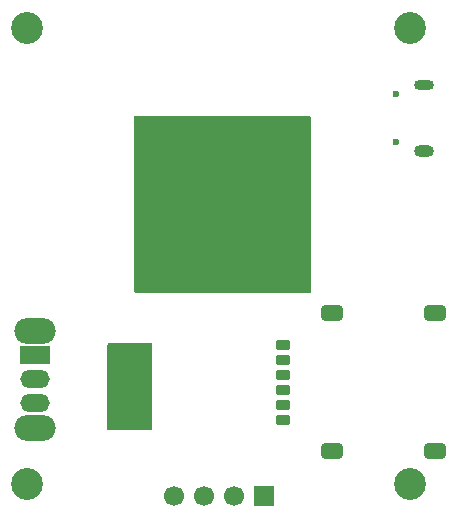
<source format=gbs>
%TF.GenerationSoftware,KiCad,Pcbnew,9.0.7*%
%TF.CreationDate,2026-02-07T20:34:06-05:00*%
%TF.ProjectId,USB-Cellular-Modem,5553422d-4365-46c6-9c75-6c61722d4d6f,V1.2*%
%TF.SameCoordinates,Original*%
%TF.FileFunction,Soldermask,Bot*%
%TF.FilePolarity,Negative*%
%FSLAX46Y46*%
G04 Gerber Fmt 4.6, Leading zero omitted, Abs format (unit mm)*
G04 Created by KiCad (PCBNEW 9.0.7) date 2026-02-07 20:34:06*
%MOMM*%
%LPD*%
G01*
G04 APERTURE LIST*
G04 Aperture macros list*
%AMRoundRect*
0 Rectangle with rounded corners*
0 $1 Rounding radius*
0 $2 $3 $4 $5 $6 $7 $8 $9 X,Y pos of 4 corners*
0 Add a 4 corners polygon primitive as box body*
4,1,4,$2,$3,$4,$5,$6,$7,$8,$9,$2,$3,0*
0 Add four circle primitives for the rounded corners*
1,1,$1+$1,$2,$3*
1,1,$1+$1,$4,$5*
1,1,$1+$1,$6,$7*
1,1,$1+$1,$8,$9*
0 Add four rect primitives between the rounded corners*
20,1,$1+$1,$2,$3,$4,$5,0*
20,1,$1+$1,$4,$5,$6,$7,0*
20,1,$1+$1,$6,$7,$8,$9,0*
20,1,$1+$1,$8,$9,$2,$3,0*%
G04 Aperture macros list end*
%ADD10C,2.700000*%
%ADD11C,0.600000*%
%ADD12O,1.700000X1.000000*%
%ADD13O,1.700000X0.850000*%
%ADD14R,1.700000X1.700000*%
%ADD15C,1.700000*%
%ADD16O,3.500000X2.200000*%
%ADD17R,2.500000X1.500000*%
%ADD18O,2.500000X1.500000*%
%ADD19RoundRect,0.225000X-0.375000X0.225000X-0.375000X-0.225000X0.375000X-0.225000X0.375000X0.225000X0*%
%ADD20RoundRect,0.250000X-0.650000X0.400000X-0.650000X-0.400000X0.650000X-0.400000X0.650000X0.400000X0*%
G04 APERTURE END LIST*
D10*
X48768000Y-55626000D03*
X16300000Y-55600000D03*
X16300000Y-17018000D03*
D11*
X47570000Y-26638000D03*
X47570000Y-22638000D03*
D12*
X49920000Y-27463000D03*
D13*
X49920000Y-21813000D03*
D14*
X36360000Y-56600000D03*
D15*
X33820000Y-56600000D03*
X31280000Y-56600000D03*
X28740000Y-56600000D03*
D16*
X17018000Y-42636000D03*
X17018000Y-50836000D03*
D17*
X17018000Y-44736000D03*
D18*
X17018000Y-46736000D03*
X17018000Y-48736000D03*
D10*
X48768000Y-17018000D03*
D19*
X38000000Y-43825000D03*
X38000000Y-46365000D03*
X38000000Y-48905000D03*
X38000000Y-45095000D03*
X38000000Y-47635000D03*
X38000000Y-50175000D03*
D20*
X50900000Y-41150000D03*
X42100000Y-41150000D03*
X50900000Y-52850000D03*
X42100000Y-52850000D03*
G36*
X26867039Y-43707685D02*
G01*
X26912794Y-43760489D01*
X26924000Y-43812000D01*
X26924000Y-50930000D01*
X26904315Y-50997039D01*
X26851511Y-51042794D01*
X26800000Y-51054000D01*
X23238000Y-51054000D01*
X23170961Y-51034315D01*
X23125206Y-50981511D01*
X23114000Y-50930000D01*
X23114000Y-43812000D01*
X23133685Y-43744961D01*
X23186489Y-43699206D01*
X23238000Y-43688000D01*
X26800000Y-43688000D01*
X26867039Y-43707685D01*
G37*
G36*
X40283204Y-24455685D02*
G01*
X40328959Y-24508489D01*
X40340165Y-24559834D01*
X40359834Y-39295834D01*
X40340239Y-39362900D01*
X40287496Y-39408726D01*
X40235834Y-39420000D01*
X25505835Y-39420000D01*
X25438796Y-39400315D01*
X25393041Y-39347511D01*
X25381835Y-39296166D01*
X25362166Y-24560166D01*
X25381761Y-24493100D01*
X25434504Y-24447274D01*
X25486166Y-24436000D01*
X40216165Y-24436000D01*
X40283204Y-24455685D01*
G37*
M02*

</source>
